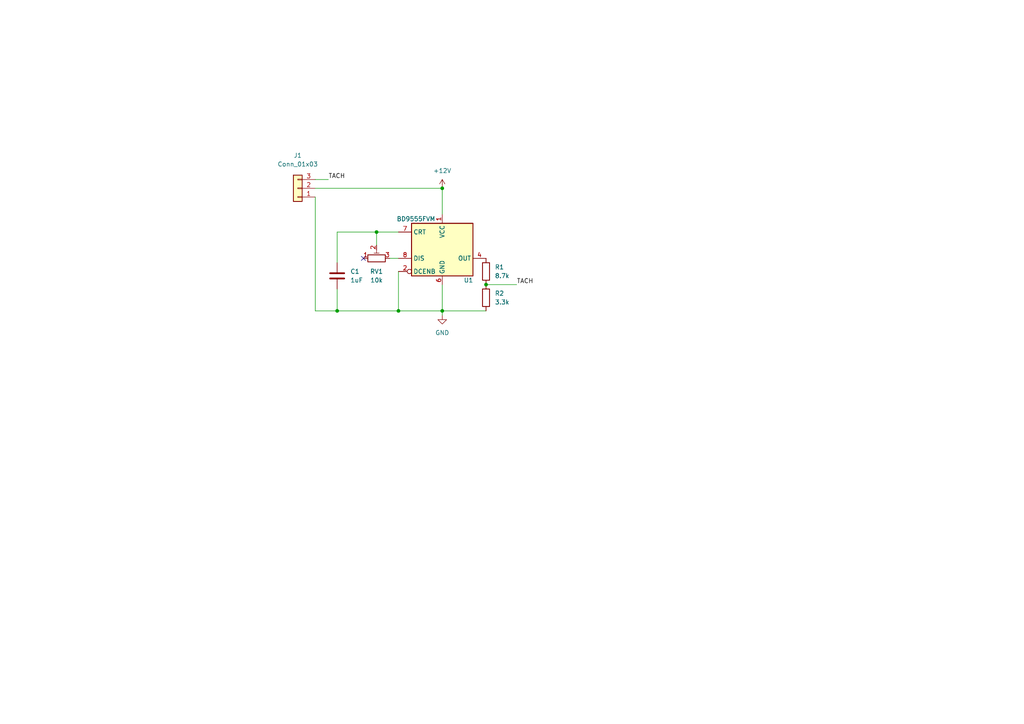
<source format=kicad_sch>
(kicad_sch (version 20211123) (generator eeschema)
  (paper "A4")
  (lib_symbols
    (symbol "Connector_Generic:Conn_01x03" (pin_names (offset 1.016) hide)
      (property "Reference" "J" (at 0 5.08 0))
      (property "Value" "Conn_01x03" (at 0 -5.08 0))
      (symbol "Conn_01x03_1_1"
        (rectangle (start -1.27 -2.413) (end 0 -2.667) (stroke (width 0.1524)))
        (rectangle (start -1.27 0.127) (end 0 -0.127) (stroke (width 0.1524)))
        (rectangle (start -1.27 2.667) (end 0 2.413) (stroke (width 0.1524)))
        (rectangle (start -1.27 3.81) (end 1.27 -3.81) (stroke (width 0.254)) (fill (type background)))
        (pin passive line (at -5.08 2.54 0) (length 3.81) (name "Pin_1") (number "1"))
        (pin passive line (at -5.08 0 0) (length 3.81) (name "Pin_2") (number "2"))
        (pin passive line (at -5.08 -2.54 0) (length 3.81) (name "Pin_3") (number "3"))
      )
    )
    (symbol "Device:C" (pin_numbers hide) (pin_names (offset 0.254))
      (property "Reference" "C" (at 0.635 2.54 0))
      (property "Value" "C" (at 0.635 -2.54 0))
      (symbol "C_0_1"
        (polyline (pts (xy -2.032 -0.762) (xy 2.032 -0.762)) (stroke (width 0.508)))
        (polyline (pts (xy -2.032 0.762) (xy 2.032 0.762)) (stroke (width 0.508)))
      )
      (symbol "C_1_1"
        (pin passive line (at 0 3.81 270) (length 2.794) (name "~") (number "1"))
        (pin passive line (at 0 -3.81 90) (length 2.794) (name "~") (number "2"))
      )
    )
    (symbol "Device:R" (pin_numbers hide) (pin_names (offset 0))
      (property "Reference" "R" (at 2.032 0 90))
      (property "Value" "R" (at 0 0 90))
      (symbol "R_0_1"
        (rectangle (start -1.016 -2.54) (end 1.016 2.54) (stroke (width 0.254)))
      )
      (symbol "R_1_1"
        (pin passive line (at 0 3.81 270) (length 1.27) (name "~") (number "1"))
        (pin passive line (at 0 -3.81 90) (length 1.27) (name "~") (number "2"))
      )
    )
    (symbol "Device:R_Potentiometer_Trim" (pin_names (offset 1.016) hide)
      (property "Reference" "RV" (at -4.445 0 90))
      (property "Value" "R_Potentiometer_Trim" (at -2.54 0 90))
      (symbol "R_Potentiometer_Trim_0_1"
        (polyline (pts (xy 1.524 0.762) (xy 1.524 -0.762)))
        (polyline (pts (xy 2.54 0) (xy 1.524 0)))
        (rectangle (start 1.016 2.54) (end -1.016 -2.54) (stroke (width 0.254)))
      )
      (symbol "R_Potentiometer_Trim_1_1"
        (pin passive line (at 0 3.81 270) (length 1.27) (name "1") (number "1"))
        (pin passive line (at 3.81 0 180) (length 1.27) (name "2") (number "2"))
        (pin passive line (at 0 -3.81 90) (length 1.27) (name "3") (number "3"))
      )
    )
    (symbol "parts:BD9555FVM"
      (property "Reference" "U" (at 0 0 0))
      (property "Value" "BD9555FVM" (at 0 17.78 0))
      (symbol "BD9555FVM_0_0"
        (pin power_in line (at -6.35 19.05 270) (length 2.54) (name "VCC") (number "1"))
        (pin power_in line (at -6.35 -1.27 90) (length 2.54) (name "GND") (number "6"))
      )
      (symbol "BD9555FVM_0_1"
        (rectangle (start -15.24 1.27) (end 2.54 16.51) (stroke (width 0.254)) (fill (type background)))
        (rectangle (start -15.24 1.27) (end 2.54 16.51) (stroke (width 0.254)) (fill (type background)))
      )
      (symbol "BD9555FVM_1_1"
        (pin input inverted (at -19.05 2.54 0) (length 3.81) (name "DCENB") (number "2"))
        (pin no_connect line (at 5.08 13.97 180) (length 2.54) hide (name "NC") (number "3"))
        (pin output line (at 6.35 6.35 180) (length 3.81) (name "OUT") (number "4"))
        (pin no_connect line (at 5.08 11.43 180) (length 2.54) hide (name "NC") (number "6"))
        (pin input line (at -19.05 13.97 0) (length 3.81) (name "CRT") (number "7"))
        (pin input line (at -19.05 6.35 0) (length 3.81) (name "DIS") (number "8"))
      )
    )
    (symbol "power:+12V" (power) (pin_names (offset 0))
      (property "Value" "+12V" (at 0 3.556 0))
      (symbol "+12V_0_1"
        (polyline (pts (xy -0.762 1.27) (xy 0 2.54)))
        (polyline (pts (xy 0 0) (xy 0 2.54)))
        (polyline (pts (xy 0 2.54) (xy 0.762 1.27)))
      )
      (symbol "+12V_1_1"
        (pin power_in line (at 0 0 90) (length 0) hide (name "+12V") (number "1"))
      )
    )
    (symbol "power:GND" (power) (pin_names (offset 0))
      (property "Value" "GND" (at 0 -3.81 0))
      (symbol "GND_0_1"
        (polyline (pts (xy 0 0) (xy 0 -1.27) (xy 1.27 -1.27) (xy 0 -2.54) (xy -1.27 -1.27) (xy 0 -1.27)))
      )
      (symbol "GND_1_1"
        (pin power_in line (at 0 0 270) (length 0) hide (name "GND") (number "1"))
      )
    )
  )
  (junction (at 140.97 82.55))
  (junction (at 128.27 90.17))
  (junction (at 115.57 90.17))
  (junction (at 128.27 54.61))
  (junction (at 109.22 67.31))
  (junction (at 97.79 90.17))
  (no_connect (at 105.41 74.93))
  (wire (pts (xy 91.44 52.07) (xy 95.25 52.07)))
  (wire (pts (xy 97.79 67.31) (xy 97.79 76.2)))
  (wire (pts (xy 128.27 90.17) (xy 140.97 90.17)))
  (wire (pts (xy 109.22 67.31) (xy 115.57 67.31)))
  (wire (pts (xy 128.27 91.44) (xy 128.27 90.17)))
  (wire (pts (xy 91.44 54.61) (xy 128.27 54.61)))
  (wire (pts (xy 91.44 90.17) (xy 97.79 90.17)))
  (wire (pts (xy 140.97 82.55) (xy 149.86 82.55)))
  (wire (pts (xy 97.79 90.17) (xy 115.57 90.17)))
  (wire (pts (xy 97.79 83.82) (xy 97.79 90.17)))
  (wire (pts (xy 91.44 57.15) (xy 91.44 90.17)))
  (wire (pts (xy 128.27 82.55) (xy 128.27 90.17)))
  (wire (pts (xy 109.22 71.12) (xy 109.22 67.31)))
  (wire (pts (xy 115.57 90.17) (xy 128.27 90.17)))
  (wire (pts (xy 97.79 67.31) (xy 109.22 67.31)))
  (wire (pts (xy 115.57 78.74) (xy 115.57 90.17)))
  (wire (pts (xy 128.27 54.61) (xy 128.27 62.23)))
  (wire (pts (xy 113.03 74.93) (xy 115.57 74.93)))
  (label "TACH" (at 149.86 82.55 0))
  (label "TACH" (at 95.25 52.07 0))
  (symbol (lib_id "power:+12V") (at 128.27 54.61 0) (unit 1)
    (property "Reference" "#PWR0101" (effects hide))
    (property "Value" "+12V" (at 128.27 49.53 0))
  )
  (symbol (lib_id "Device:R") (at 140.97 78.74 0) (unit 1)
    (property "Reference" "R1" (at 143.51 77.4699 0) (effects (justify left)))
    (property "Value" "8.7k" (at 143.51 80.0099 0) (effects (justify left)))
    (property "Footprint" "Resistor_SMD:R_0805_2012Metric" (effects hide))
  )
  (symbol (lib_id "Connector_Generic:Conn_01x03") (at 86.36 54.61 180) (unit 1)
    (property "Reference" "J1" (at 86.36 45.085 0))
    (property "Value" "Conn_01x03" (at 86.36 47.625 0))
    (property "Footprint" "Connector_Molex:Molex_KK-254_AE-6410-03A_1x03_P2.54mm_Vertical" (effects hide))
  )
  (symbol (lib_id "power:GND") (at 128.27 91.44 0) (unit 1)
    (property "Reference" "#PWR0104" (effects hide))
    (property "Value" "GND" (at 128.27 96.52 0))
  )
  (symbol (lib_id "Device:R_Potentiometer_Trim") (at 109.22 74.93 90) (unit 1)
    (property "Reference" "RV1" (at 109.22 78.74 90))
    (property "Value" "10k" (at 109.22 81.28 90))
    (property "Footprint" "Potentiometer_SMD:Potentiometer_Bourns_3224J_Horizontal" (effects hide))
  )
  (symbol (lib_id "parts:BD9555FVM") (at 134.62 81.28 0) (unit 1)
    (property "Reference" "U1" (at 135.89 81.28 0))
    (property "Value" "BD9555FVM" (at 120.65 63.5 0))
    (property "Footprint" "Package_SO:MSOP-8_3x3mm_P0.65mm" (effects hide))
  )
  (symbol (lib_id "Device:C") (at 97.79 80.01 0) (mirror y) (unit 1)
    (property "Reference" "C1" (at 101.6 78.7399 0) (effects (justify right)))
    (property "Value" "1uF" (at 101.6 81.2799 0) (effects (justify right)))
    (property "Footprint" "Capacitor_SMD:C_0805_2012Metric" (effects hide))
  )
  (symbol (lib_id "Device:R") (at 140.97 86.36 0) (unit 1)
    (property "Reference" "R2" (at 143.51 85.0899 0) (effects (justify left)))
    (property "Value" "3.3k" (at 143.51 87.6299 0) (effects (justify left)))
    (property "Footprint" "Resistor_SMD:R_0805_2012Metric" (effects hide))
  )
)
</source>
